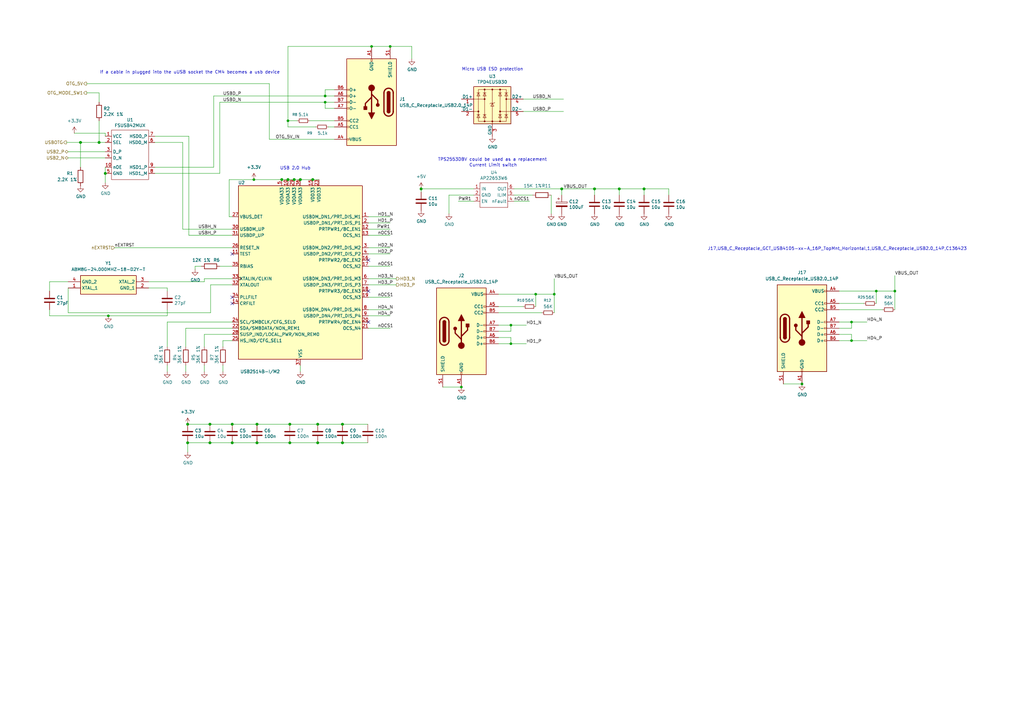
<source format=kicad_sch>
(kicad_sch (version 20250114) (generator "eeschema") (generator_version "9.0")
  (paper "A3")
  (title_block (title "Wall panel") (date "2026-01-09") (rev "1") (company "Grigorii Merkushev (aka brushknight)") (comment 1 "brushknight.com"))
  (lib_symbols
    (symbol "ABM8G-24_000MHZ-18-D2Y-T:ABM8G-24.000MHZ-18-D2Y-T"
      (property "Reference" "Y" (at 29.21 7.62 0))
      (property "Value" "ABM8G-24.000MHZ-18-D2Y-T" (at 29.21 5.08 0))
      (symbol "ABM8G-24.000MHZ-18-D2Y-T_1_1"
        (pin passive line (at 0 0 0) (length 5.08) (name "GND_2") (number "4"))
        (pin passive line (at 0 -2.54 0) (length 5.08) (name "XTAL_1") (number "1"))
        (pin passive line (at 33.02 0 180) (length 5.08) (name "XTAL_2") (number "3"))
        (pin passive line (at 33.02 -2.54 180) (length 5.08) (name "GND_1") (number "2"))
      )
    )
    (symbol "CM4IO:AP2553W6"
      (property "Reference" "U" (at 3.81 -6.35 0))
      (property "Value" "AP2553W6" (at -3.81 -6.35 0))
      (symbol "AP2553W6_0_0"
        (pin power_in line (at -8.89 2.54 0) (length 2.54) (name "IN") (number "1"))
        (pin power_out line (at -8.89 0 0) (length 2.54) (name "GND") (number "2"))
        (pin input line (at -8.89 -2.54 0) (length 2.54) (name "EN") (number "3"))
        (pin power_out line (at 7.62 2.54 180) (length 2.54) (name "OUT") (number "6"))
        (pin passive line (at 7.62 0 180) (length 2.54) (name "ILIM") (number "5"))
        (pin open_collector line (at 7.62 -2.54 180) (length 2.54) (name "nFault") (number "4"))
      )
    )
    (symbol "CM4IO:FSUSB42MX"
      (property "Reference" "U" (at -7.62 20.32 0))
      (property "Value" "FSUSB42MX" (at -2.54 -2.54 0))
      (symbol "FSUSB42MX_0_0"
        (pin bidirectional line (at -11.43 16.51 0) (length 2.54) (name "HSD0_P") (number "7"))
        (pin bidirectional line (at -11.43 13.97 0) (length 2.54) (name "HSD0_M") (number "6"))
        (pin bidirectional line (at -11.43 3.81 0) (length 2.54) (name "HSD1_P") (number "9"))
        (pin bidirectional line (at -11.43 1.27 0) (length 2.54) (name "HSD1_M") (number "8"))
        (pin power_in line (at 8.89 16.51 180) (length 2.54) (name "VCC") (number "1"))
        (pin input line (at 8.89 13.97 180) (length 2.54) (name "SEL") (number "2"))
        (pin bidirectional line (at 8.89 10.16 180) (length 2.54) (name "D_P") (number "3"))
        (pin bidirectional line (at 8.89 7.62 180) (length 2.54) (name "D_N") (number "4"))
        (pin input line (at 8.89 3.81 180) (length 2.54) (name "nOE") (number "10"))
        (pin power_in line (at 8.89 1.27 180) (length 2.54) (name "GND") (number "5"))
      )
    )
    (symbol "CM4IO:TPD4EUSB30" (pin_names (offset 0))
      (property "Reference" "U" (at -0.635 8.89 0))
      (property "Value" "TPD4EUSB30" (at 8.89 -10.16 0))
      (symbol "TPD4EUSB30_1_1"
        (pin passive line (at -12.7 2.54 0) (length 5.08) (name "D1+") (number "1"))
        (pin passive line (at -12.7 2.54 0) (length 5.08) (hide yes) (name "~") (number "10"))
        (pin passive line (at -12.7 -2.54 0) (length 5.08) (name "D1-") (number "2"))
        (pin passive line (at -12.7 -2.54 0) (length 5.08) (hide yes) (name "~") (number "9"))
        (pin power_in line (at 0 -12.7 90) (length 5.08) (name "GND") (number "3"))
        (pin passive line (at 0 -12.7 90) (length 5.08) (hide yes) (name "GND") (number "8"))
        (pin passive line (at 12.7 2.54 180) (length 5.08) (name "D2+") (number "4"))
        (pin passive line (at 12.7 2.54 180) (length 5.08) (hide yes) (name "~") (number "7"))
        (pin passive line (at 12.7 -2.54 180) (length 5.08) (name "D2-") (number "5"))
        (pin passive line (at 12.7 -2.54 180) (length 5.08) (hide yes) (name "~") (number "6"))
      )
    )
    (symbol "Connector:USB_C_Receptacle_USB2.0_14P" (pin_names (offset 1.016))
      (property "Reference" "J" (at 0 22.225 0))
      (property "Value" "USB_C_Receptacle_USB2.0_14P" (at 0 19.685 0))
      (symbol "USB_C_Receptacle_USB2.0_14P_1_1"
        (pin passive line (at -7.62 -22.86 90) (length 5.08) (name "SHIELD") (number "S1"))
        (pin passive line (at 0 -22.86 90) (length 5.08) (name "GND") (number "A1"))
        (pin passive line (at 0 -22.86 90) (length 5.08) (hide yes) (name "GND") (number "A12"))
        (pin passive line (at 0 -22.86 90) (length 5.08) (hide yes) (name "GND") (number "B1"))
        (pin passive line (at 0 -22.86 90) (length 5.08) (hide yes) (name "GND") (number "B12"))
        (pin passive line (at 15.24 15.24 180) (length 5.08) (name "VBUS") (number "A4"))
        (pin passive line (at 15.24 15.24 180) (length 5.08) (hide yes) (name "VBUS") (number "A9"))
        (pin passive line (at 15.24 15.24 180) (length 5.08) (hide yes) (name "VBUS") (number "B4"))
        (pin passive line (at 15.24 15.24 180) (length 5.08) (hide yes) (name "VBUS") (number "B9"))
        (pin bidirectional line (at 15.24 10.16 180) (length 5.08) (name "CC1") (number "A5"))
        (pin bidirectional line (at 15.24 7.62 180) (length 5.08) (name "CC2") (number "B5"))
        (pin bidirectional line (at 15.24 2.54 180) (length 5.08) (name "D-") (number "A7"))
        (pin bidirectional line (at 15.24 0 180) (length 5.08) (name "D-") (number "B7"))
        (pin bidirectional line (at 15.24 -2.54 180) (length 5.08) (name "D+") (number "A6"))
        (pin bidirectional line (at 15.24 -5.08 180) (length 5.08) (name "D+") (number "B6"))
      )
    )
    (symbol "Device:C" (pin_numbers (hide yes)) (pin_names (offset 0.254))
      (property "Reference" "C" (at 0.635 2.54 0))
      (property "Value" "C" (at 0.635 -2.54 0))
      (symbol "C_1_1"
        (pin passive line (at 0 3.81 270) (length 2.794) (name "~") (number "1"))
        (pin passive line (at 0 -3.81 90) (length 2.794) (name "~") (number "2"))
      )
    )
    (symbol "Device:CP" (pin_numbers (hide yes)) (pin_names (offset 0.254))
      (property "Reference" "C" (at 0.635 2.54 0))
      (property "Value" "CP" (at 0.635 -2.54 0))
      (symbol "CP_1_1"
        (pin passive line (at 0 3.81 270) (length 2.794) (name "~") (number "1"))
        (pin passive line (at 0 -3.81 90) (length 2.794) (name "~") (number "2"))
      )
    )
    (symbol "Device:R" (pin_numbers (hide yes)) (pin_names (offset 0))
      (property "Reference" "R" (at 2.032 0 90))
      (property "Value" "R" (at 0 0 90))
      (symbol "R_1_1"
        (pin passive line (at 0 3.81 270) (length 1.27) (name "~") (number "1"))
        (pin passive line (at 0 -3.81 90) (length 1.27) (name "~") (number "2"))
      )
    )
    (symbol "Device:R_Small" (pin_numbers (hide yes)) (pin_names (offset 0.254) (hide yes))
      (property "Reference" "R" (at 0 0 90))
      (property "Value" "R_Small" (at 1.778 0 90))
      (symbol "R_Small_1_1"
        (pin passive line (at 0 2.54 270) (length 0.762) (name "~") (number "1"))
        (pin passive line (at 0 -2.54 90) (length 0.762) (name "~") (number "2"))
      )
    )
    (symbol "Interface_USB:USB2514B_Bi"
      (property "Reference" "U" (at -17.78 40.64 0))
      (property "Value" "USB2514B_Bi" (at -20.32 38.1 0))
      (symbol "USB2514B_Bi_1_1"
        (pin input line (at -27.94 22.86 0) (length 2.54) (name "VBUS_DET") (number "27"))
        (pin bidirectional line (at -27.94 17.78 0) (length 2.54) (name "USBDM_UP") (number "30"))
        (pin bidirectional line (at -27.94 15.24 0) (length 2.54) (name "USBDP_UP") (number "31"))
        (pin input line (at -27.94 10.16 0) (length 2.54) (name "RESET_N") (number "26"))
        (pin input line (at -27.94 7.62 0) (length 2.54) (name "TEST") (number "11"))
        (pin input line (at -27.94 2.54 0) (length 2.54) (name "RBIAS") (number "35"))
        (pin input clock (at -27.94 -2.54 0) (length 2.54) (name "XTALIN/CLKIN") (number "33"))
        (pin output line (at -27.94 -5.08 0) (length 2.54) (name "XTALOUT") (number "32"))
        (pin input line (at -27.94 -10.16 0) (length 2.54) (name "PLLFILT") (number "34"))
        (pin input line (at -27.94 -12.7 0) (length 2.54) (name "CRFILT") (number "14"))
        (pin bidirectional line (at -27.94 -20.32 0) (length 2.54) (name "SCL/SMBCLK/CFG_SEL0") (number "24"))
        (pin bidirectional line (at -27.94 -22.86 0) (length 2.54) (name "SDA/SMBDATA/NON_REM1") (number "22"))
        (pin bidirectional line (at -27.94 -25.4 0) (length 2.54) (name "SUSP_IND/LOCAL_PWR/NON_REM0") (number "28"))
        (pin bidirectional line (at -27.94 -27.94 0) (length 2.54) (name "HS_IND/CFG_SEL1") (number "25"))
        (pin power_in line (at -7.62 38.1 270) (length 2.54) (name "VDDA33") (number "5"))
        (pin power_in line (at -5.08 38.1 270) (length 2.54) (name "VDDA33") (number "10"))
        (pin power_in line (at -2.54 38.1 270) (length 2.54) (name "VDDA33") (number "29"))
        (pin power_in line (at 0 38.1 270) (length 2.54) (name "VDDA33") (number "36"))
        (pin power_in line (at 0 -38.1 90) (length 2.54) (name "VSS") (number "37"))
        (pin power_in line (at 5.08 38.1 270) (length 2.54) (name "VDD33") (number "15"))
        (pin power_in line (at 7.62 38.1 270) (length 2.54) (name "VDD33") (number "23"))
        (pin bidirectional line (at 27.94 22.86 180) (length 2.54) (name "USBDM_DN1/PRT_DIS_M1") (number "1"))
        (pin bidirectional line (at 27.94 20.32 180) (length 2.54) (name "USBDP_DN1/PRT_DIS_P1") (number "2"))
        (pin bidirectional line (at 27.94 17.78 180) (length 2.54) (name "PRTPWR1/BC_EN1") (number "12"))
        (pin input line (at 27.94 15.24 180) (length 2.54) (name "OCS_N1") (number "13"))
        (pin bidirectional line (at 27.94 10.16 180) (length 2.54) (name "USBDM_DN2/PRT_DIS_M2") (number "3"))
        (pin bidirectional line (at 27.94 7.62 180) (length 2.54) (name "USBDP_DN2/PRT_DIS_P2") (number "4"))
        (pin bidirectional line (at 27.94 5.08 180) (length 2.54) (name "PRTPWR2/BC_EN2") (number "16"))
        (pin input line (at 27.94 2.54 180) (length 2.54) (name "OCS_N2") (number "17"))
        (pin bidirectional line (at 27.94 -2.54 180) (length 2.54) (name "USBDM_DN3/PRT_DIS_M3") (number "6"))
        (pin bidirectional line (at 27.94 -5.08 180) (length 2.54) (name "USBDP_DN3/PRT_DIS_P3") (number "7"))
        (pin bidirectional line (at 27.94 -7.62 180) (length 2.54) (name "PRTPWR3/BC_EN3") (number "18"))
        (pin input line (at 27.94 -10.16 180) (length 2.54) (name "OCS_N3") (number "19"))
        (pin bidirectional line (at 27.94 -15.24 180) (length 2.54) (name "USBDM_DN4/PRT_DIS_M4") (number "8"))
        (pin bidirectional line (at 27.94 -17.78 180) (length 2.54) (name "USBDP_DN4/PRT_DIS_P4") (number "9"))
        (pin bidirectional line (at 27.94 -20.32 180) (length 2.54) (name "PRTPWR4/BC_EN4") (number "20"))
        (pin input line (at 27.94 -22.86 180) (length 2.54) (name "OCS_N4") (number "21"))
      )
    )
    (symbol "power:+3.3V" (power) (pin_numbers (hide yes)) (pin_names (offset 0) (hide yes))
      (property "Value" "+3.3V" (at 0 3.556 0))
      (symbol "+3.3V_1_1"
        (pin power_in line (at 0 0 90) (length 0) (name "~") (number "1"))
      )
    )
    (symbol "power:+5V" (power) (pin_numbers (hide yes)) (pin_names (offset 0) (hide yes))
      (property "Value" "+5V" (at 0 3.556 0))
      (symbol "+5V_1_1"
        (pin power_in line (at 0 0 90) (length 0) (name "~") (number "1"))
      )
    )
    (symbol "power:GND" (power) (pin_names (offset 0))
      (property "Value" "GND" (at 0 -3.81 0))
      (symbol "GND_1_1"
        (pin power_in line (at 0 0 270) (length 0) (hide yes) (name "GND") (number "1"))
      )
    )
  )
  (text "J17,USB_C_Receptacle_GCT_USB4105-xx-A_16P_TopMnt_Horizontal,1,USB_C_Receptacle_USB2.0_14P,C136423" (at 343.408 102.108 0) (effects (font (size 1.27 1.27))))
  (text "TPS2553DBV could be used as a replacement" (at 201.93 65.532 0) (effects (font (size 1.27 1.27))))
  (text "Current Limit switch" (at 212.09 68.58 0) (effects (font (size 1.27 1.27)) (justify right bottom)))
  (text "USB 2.0 Hub" (at 127.4318 69.7992 0) (effects (font (size 1.27 1.27)) (justify right bottom)))
  (text "If a cable in plugged into the uUSB socket the CM4 becomes a usb device" (at 40.894 30.48 0) (effects (font (size 1.27 1.27)) (justify left bottom)))
  (text "Micro USB ESD protection" (at 214.63 29.21 0) (effects (font (size 1.27 1.27)) (justify right bottom)))
  (junction (at 105.41 173.99) (diameter 1.016))
  (junction (at 105.41 181.61) (diameter 1.016))
  (junction (at 140.462 173.99) (diameter 1.016))
  (junction (at 95.25 173.99) (diameter 1.016))
  (junction (at 76.962 181.61) (diameter 1.016))
  (junction (at 172.72 77.47) (diameter 1.016))
  (junction (at 227.33 120.65))
  (junction (at 118.872 173.99) (diameter 1.016))
  (junction (at 86.106 173.99) (diameter 1.016))
  (junction (at 118.11 49.53))
  (junction (at 130.302 181.61) (diameter 1.016))
  (junction (at 254 77.47) (diameter 1.016))
  (junction (at 152.4 19.05))
  (junction (at 349.25 139.7))
  (junction (at 359.41 119.38))
  (junction (at 120.65 73.66) (diameter 1.016))
  (junction (at 128.27 73.66) (diameter 1.016))
  (junction (at 44.45 129.54))
  (junction (at 133.35 41.91))
  (junction (at 367.03 119.38))
  (junction (at 160.02 19.05))
  (junction (at 104.14 73.66))
  (junction (at 40.64 58.42) (diameter 1.016))
  (junction (at 123.19 73.66) (diameter 1.016))
  (junction (at 130.302 173.99) (diameter 1.016))
  (junction (at 230.378 77.47) (diameter 1.016))
  (junction (at 209.55 140.97))
  (junction (at 76.962 173.99) (diameter 1.016))
  (junction (at 95.25 181.61) (diameter 1.016))
  (junction (at 349.25 132.08))
  (junction (at 209.55 133.35))
  (junction (at 328.93 157.48))
  (junction (at 219.71 120.65))
  (junction (at 86.106 181.61) (diameter 1.016))
  (junction (at 133.35 39.37))
  (junction (at 264.16 77.47) (diameter 1.016))
  (junction (at 189.23 158.75))
  (junction (at 43.18 71.12) (diameter 1.016))
  (junction (at 33.02 58.42) (diameter 1.016))
  (junction (at 115.57 73.66) (diameter 1.016))
  (junction (at 243.84 77.47) (diameter 1.016))
  (junction (at 118.872 181.61) (diameter 1.016))
  (junction (at 118.11 73.66) (diameter 1.016))
  (junction (at 140.462 181.61) (diameter 1.016))
  (no_connect (at 95.25 121.92))
  (no_connect (at 95.25 104.14))
  (no_connect (at 95.25 124.46))
  (no_connect (at 151.13 119.38))
  (no_connect (at 151.13 106.68))
  (no_connect (at 151.13 132.08))
  (wire (pts (xy 151.13 96.52) (xy 160.02 96.52)))
  (wire (pts (xy 209.55 140.97) (xy 215.9 140.97)))
  (wire (pts (xy 151.13 88.9) (xy 160.02 88.9)))
  (wire (pts (xy 359.41 119.38) (xy 367.03 119.38)))
  (wire (pts (xy 133.35 41.91) (xy 137.16 41.91)))
  (wire (pts (xy 76.962 173.99) (xy 86.106 173.99)))
  (wire (pts (xy 344.17 124.46) (xy 354.33 124.46)))
  (wire (pts (xy 151.13 116.84) (xy 162.56 116.84)))
  (wire (pts (xy 172.72 77.47) (xy 194.31 77.47)))
  (wire (pts (xy 95.25 173.99) (xy 105.41 173.99)))
  (wire (pts (xy 151.13 91.44) (xy 160.02 91.44)))
  (wire (pts (xy 349.25 132.08) (xy 349.25 134.62)))
  (wire (pts (xy 134.62 52.07) (xy 137.16 52.07)))
  (wire (pts (xy 95.25 93.98) (xy 74.93 93.98)))
  (wire (pts (xy 83.82 142.24) (xy 83.82 137.16)))
  (wire (pts (xy 168.91 19.05) (xy 168.91 24.13)))
  (wire (pts (xy 209.55 135.89) (xy 204.47 135.89)))
  (wire (pts (xy 60.96 115.57) (xy 83.82 115.57)))
  (wire (pts (xy 151.13 114.3) (xy 162.56 114.3)))
  (wire (pts (xy 140.462 173.99) (xy 150.876 173.99)))
  (wire (pts (xy 68.58 149.86) (xy 68.58 152.4)))
  (wire (pts (xy 204.47 120.65) (xy 219.71 120.65)))
  (wire (pts (xy 194.31 80.01) (xy 184.15 80.01)))
  (wire (pts (xy 93.98 88.9) (xy 93.98 73.66)))
  (wire (pts (xy 43.18 58.42) (xy 40.64 58.42)))
  (wire (pts (xy 77.47 55.88) (xy 77.47 96.52)))
  (wire (pts (xy 184.15 80.01) (xy 184.15 87.63)))
  (wire (pts (xy 219.71 120.65) (xy 227.33 120.65)))
  (wire (pts (xy 74.93 58.42) (xy 74.93 93.98)))
  (wire (pts (xy 344.17 119.38) (xy 359.41 119.38)))
  (wire (pts (xy 118.11 73.66) (xy 120.65 73.66)))
  (wire (pts (xy 151.13 134.62) (xy 160.02 134.62)))
  (wire (pts (xy 43.18 55.88) (xy 43.18 54.61)))
  (wire (pts (xy 349.25 132.08) (xy 355.6 132.08)))
  (wire (pts (xy 82.55 109.22) (xy 80.01 109.22)))
  (wire (pts (xy 118.11 52.07) (xy 118.11 49.53)))
  (wire (pts (xy 130.302 181.61) (xy 140.462 181.61)))
  (wire (pts (xy 68.58 129.54) (xy 44.45 129.54)))
  (wire (pts (xy 63.5 71.12) (xy 90.17 71.12)))
  (wire (pts (xy 91.44 149.86) (xy 91.44 152.4)))
  (wire (pts (xy 127 49.53) (xy 137.16 49.53)))
  (wire (pts (xy 254 77.47) (xy 264.16 77.47)))
  (wire (pts (xy 35.56 38.1) (xy 40.64 38.1)))
  (wire (pts (xy 264.16 77.47) (xy 264.16 80.01)))
  (wire (pts (xy 118.11 19.05) (xy 152.4 19.05)))
  (wire (pts (xy 76.2 134.62) (xy 95.25 134.62)))
  (wire (pts (xy 90.17 71.12) (xy 90.17 41.91)))
  (wire (pts (xy 204.47 125.73) (xy 214.63 125.73)))
  (wire (pts (xy 137.16 36.83) (xy 133.35 36.83)))
  (wire (pts (xy 76.2 149.86) (xy 76.2 152.4)))
  (wire (pts (xy 204.47 138.43) (xy 209.55 138.43)))
  (wire (pts (xy 151.13 101.6) (xy 160.02 101.6)))
  (wire (pts (xy 90.17 109.22) (xy 95.25 109.22)))
  (wire (pts (xy 344.17 139.7) (xy 349.25 139.7)))
  (wire (pts (xy 210.82 77.47) (xy 230.378 77.47)))
  (wire (pts (xy 230.378 77.47) (xy 243.84 77.47)))
  (wire (pts (xy 209.55 133.35) (xy 209.55 135.89)))
  (wire (pts (xy 27.94 128.27) (xy 86.36 128.27)))
  (wire (pts (xy 151.13 121.92) (xy 160.02 121.92)))
  (wire (pts (xy 123.19 73.66) (xy 128.27 73.66)))
  (wire (pts (xy 344.17 137.16) (xy 349.25 137.16)))
  (wire (pts (xy 152.4 19.05) (xy 160.02 19.05)))
  (wire (pts (xy 214.63 40.64) (xy 231.14 40.64)))
  (wire (pts (xy 243.84 77.47) (xy 254 77.47)))
  (wire (pts (xy 27.94 118.11) (xy 27.94 128.27)))
  (wire (pts (xy 63.5 68.58) (xy 87.63 68.58)))
  (wire (pts (xy 27.94 64.77) (xy 43.18 64.77)))
  (wire (pts (xy 86.106 181.61) (xy 95.25 181.61)))
  (wire (pts (xy 68.58 132.08) (xy 95.25 132.08)))
  (wire (pts (xy 204.47 133.35) (xy 209.55 133.35)))
  (wire (pts (xy 133.35 44.45) (xy 133.35 41.91)))
  (wire (pts (xy 151.13 104.14) (xy 160.02 104.14)))
  (wire (pts (xy 95.25 116.84) (xy 86.36 116.84)))
  (wire (pts (xy 87.63 68.58) (xy 87.63 39.37)))
  (wire (pts (xy 214.63 45.72) (xy 231.14 45.72)))
  (wire (pts (xy 93.98 73.66) (xy 104.14 73.66)))
  (wire (pts (xy 83.82 149.86) (xy 83.82 152.4)))
  (wire (pts (xy 219.71 125.73) (xy 219.71 120.65)))
  (wire (pts (xy 133.35 36.83) (xy 133.35 39.37)))
  (wire (pts (xy 86.36 116.84) (xy 86.36 128.27)))
  (wire (pts (xy 151.13 109.22) (xy 160.02 109.22)))
  (wire (pts (xy 91.44 142.24) (xy 91.44 139.7)))
  (wire (pts (xy 20.32 129.54) (xy 20.32 127)))
  (wire (pts (xy 254 77.47) (xy 254 80.01)))
  (wire (pts (xy 120.65 73.66) (xy 123.19 73.66)))
  (wire (pts (xy 27.305 58.42) (xy 33.02 58.42)))
  (wire (pts (xy 226.06 80.01) (xy 226.06 87.63)))
  (wire (pts (xy 204.47 140.97) (xy 209.55 140.97)))
  (wire (pts (xy 104.14 73.66) (xy 115.57 73.66)))
  (wire (pts (xy 140.462 181.61) (xy 150.876 181.61)))
  (wire (pts (xy 105.41 181.61) (xy 118.872 181.61)))
  (wire (pts (xy 83.82 114.3) (xy 95.25 114.3)))
  (wire (pts (xy 63.5 55.88) (xy 77.47 55.88)))
  (wire (pts (xy 137.16 44.45) (xy 133.35 44.45)))
  (wire (pts (xy 123.19 149.86) (xy 123.19 152.4)))
  (wire (pts (xy 230.378 77.47) (xy 230.378 80.01)))
  (wire (pts (xy 121.92 49.53) (xy 118.11 49.53)))
  (wire (pts (xy 95.25 181.61) (xy 105.41 181.61)))
  (wire (pts (xy 118.11 49.53) (xy 118.11 19.05)))
  (wire (pts (xy 344.17 127) (xy 361.95 127)))
  (wire (pts (xy 227.33 120.65) (xy 227.33 114.3)))
  (wire (pts (xy 359.41 124.46) (xy 359.41 119.38)))
  (wire (pts (xy 105.41 173.99) (xy 118.872 173.99)))
  (wire (pts (xy 151.13 93.98) (xy 160.02 93.98)))
  (wire (pts (xy 209.55 133.35) (xy 215.9 133.35)))
  (wire (pts (xy 115.57 73.66) (xy 118.11 73.66)))
  (wire (pts (xy 160.02 19.05) (xy 168.91 19.05)))
  (wire (pts (xy 30.48 54.61) (xy 43.18 54.61)))
  (wire (pts (xy 210.82 82.55) (xy 217.17 82.55)))
  (wire (pts (xy 274.32 80.01) (xy 274.32 77.47)))
  (wire (pts (xy 210.82 80.01) (xy 218.44 80.01)))
  (wire (pts (xy 187.96 82.55) (xy 194.31 82.55)))
  (wire (pts (xy 95.25 88.9) (xy 93.98 88.9)))
  (wire (pts (xy 40.64 38.1) (xy 40.64 41.91)))
  (wire (pts (xy 68.58 118.11) (xy 68.58 119.38)))
  (wire (pts (xy 91.44 139.7) (xy 95.25 139.7)))
  (wire (pts (xy 76.962 185.42) (xy 76.962 181.61)))
  (wire (pts (xy 349.25 137.16) (xy 349.25 139.7)))
  (wire (pts (xy 20.32 119.38) (xy 20.32 115.57)))
  (wire (pts (xy 209.55 138.43) (xy 209.55 140.97)))
  (wire (pts (xy 20.32 115.57) (xy 27.94 115.57)))
  (wire (pts (xy 128.27 73.66) (xy 130.81 73.66)))
  (wire (pts (xy 181.61 158.75) (xy 189.23 158.75)))
  (wire (pts (xy 77.47 96.52) (xy 95.25 96.52)))
  (wire (pts (xy 63.5 58.42) (xy 74.93 58.42)))
  (wire (pts (xy 76.962 181.61) (xy 86.106 181.61)))
  (wire (pts (xy 43.18 71.12) (xy 43.18 74.93)))
  (wire (pts (xy 33.02 58.42) (xy 33.02 68.58)))
  (wire (pts (xy 118.872 181.61) (xy 130.302 181.61)))
  (wire (pts (xy 151.13 129.54) (xy 160.02 129.54)))
  (wire (pts (xy 118.872 173.99) (xy 130.302 173.99)))
  (wire (pts (xy 129.54 52.07) (xy 118.11 52.07)))
  (wire (pts (xy 40.64 49.53) (xy 40.64 58.42)))
  (wire (pts (xy 227.33 120.65) (xy 227.33 128.27)))
  (wire (pts (xy 46.99 101.6) (xy 95.25 101.6)))
  (wire (pts (xy 68.58 127) (xy 68.58 129.54)))
  (wire (pts (xy 130.302 173.99) (xy 140.462 173.99)))
  (wire (pts (xy 367.03 119.38) (xy 367.03 113.03)))
  (wire (pts (xy 349.25 139.7) (xy 355.6 139.7)))
  (wire (pts (xy 151.13 127) (xy 160.02 127)))
  (wire (pts (xy 321.31 157.48) (xy 328.93 157.48)))
  (wire (pts (xy 204.47 128.27) (xy 222.25 128.27)))
  (wire (pts (xy 349.25 134.62) (xy 344.17 134.62)))
  (wire (pts (xy 27.94 62.23) (xy 43.18 62.23)))
  (wire (pts (xy 367.03 119.38) (xy 367.03 127)))
  (wire (pts (xy 264.16 77.47) (xy 274.32 77.47)))
  (wire (pts (xy 76.2 142.24) (xy 76.2 134.62)))
  (wire (pts (xy 35.56 34.29) (xy 110.49 34.29)))
  (wire (pts (xy 40.64 58.42) (xy 33.02 58.42)))
  (wire (pts (xy 68.58 142.24) (xy 68.58 132.08)))
  (wire (pts (xy 60.96 118.11) (xy 68.58 118.11)))
  (wire (pts (xy 110.49 57.15) (xy 137.16 57.15)))
  (wire (pts (xy 90.17 41.91) (xy 133.35 41.91)))
  (wire (pts (xy 86.106 173.99) (xy 95.25 173.99)))
  (wire (pts (xy 87.63 39.37) (xy 133.35 39.37)))
  (wire (pts (xy 344.17 132.08) (xy 349.25 132.08)))
  (wire (pts (xy 172.72 78.74) (xy 172.72 77.47)))
  (wire (pts (xy 80.01 109.22) (xy 80.01 110.49)))
  (wire (pts (xy 133.35 39.37) (xy 137.16 39.37)))
  (wire (pts (xy 83.82 137.16) (xy 95.25 137.16)))
  (wire (pts (xy 43.18 68.58) (xy 43.18 71.12)))
  (wire (pts (xy 110.49 34.29) (xy 110.49 57.15)))
  (wire (pts (xy 83.82 114.3) (xy 83.82 115.57)))
  (wire (pts (xy 44.45 129.54) (xy 20.32 129.54)))
  (wire (pts (xy 243.84 80.01) (xy 243.84 77.47)))
  (label "nOCS1" (at 154.94 96.52 0))
  (label "HD4_P" (at 355.6 139.7 0))
  (label "HD1_N" (at 154.94 88.9 0))
  (label "HD4_P" (at 154.94 129.54 0))
  (label "HD4_N" (at 355.6 132.08 0))
  (label "HD1_N" (at 215.9 133.35 0))
  (label "HD1_P" (at 215.9 140.97 0))
  (label "nOCS1" (at 210.82 82.55 0))
  (label "PWR1" (at 160.02 93.98 180))
  (label "USBD_N" (at 218.44 40.64 0))
  (label "nOCS1" (at 154.94 109.22 0))
  (label "VBUS_OUT" (at 231.14 77.47 0))
  (label "USBD_N" (at 91.44 41.91 0))
  (label "VBUS_OUT" (at 227.33 114.3 0))
  (label "HD2_P" (at 154.94 104.14 0))
  (label "VBUS_OUT" (at 367.03 113.03 0))
  (label "HD4_N" (at 154.94 127 0))
  (label "USBH_P" (at 81.28 96.52 0))
  (label "HD3_P" (at 154.94 116.84 0))
  (label "nEXTRST" (at 46.99 101.6 0))
  (label "HD2_N" (at 154.94 101.6 0))
  (label "USBD_P" (at 218.44 45.72 0))
  (label "USBD_P" (at 91.44 39.37 0))
  (label "nOCS1" (at 154.94 134.62 0))
  (label "nOCS1" (at 154.94 121.92 0))
  (label "PWR1" (at 187.96 82.55 0))
  (label "USBH_N" (at 81.28 93.98 0))
  (label "HD3_N" (at 154.94 114.3 0))
  (label "HD1_P" (at 154.94 91.44 0))
  (label "OTG_5V_IN" (at 113.03 57.15 0))
  (hierarchical_label "USB2_N" (shape bidirectional) (at 27.94 64.77 180))
  (hierarchical_label "USBOTG" (shape output) (at 27.305 58.42 180))
  (hierarchical_label "USB2_P" (shape bidirectional) (at 27.94 62.23 180))
  (hierarchical_label "OTG_MODE_SW1" (shape output) (at 35.56 38.1 180))
  (hierarchical_label "HD3_P" (shape output) (at 162.56 116.84 0))
  (hierarchical_label "OTG_5V" (shape output) (at 35.56 34.29 180))
  (hierarchical_label "nEXTRST" (shape input) (at 46.99 101.6 180))
  (hierarchical_label "HD3_N" (shape output) (at 162.56 114.3 0))
  (symbol (lib_id "Device:R") (at 40.64 45.72 0) (unit 1)
    (property "Reference" "R2" (at 42.418 44.5516 0) (effects (justify left)))
    (property "Value" "2.2K 1%" (at 42.418 46.863 0) (effects (justify left)))
    (property "Footprint" "Resistor_SMD:R_0402_1005Metric" (effects (hide yes)))
    (property "Datasheet" "https://fscdn.rohm.com/en/products/databook/datasheet/passive/resistor/chip_resistor/mcr-e.pdf" (effects (hide yes)))
    (property "Field4" "Farnell" (effects (hide yes)))
    (property "Field5" "9239278" (effects (hide yes)))
    (property "Field7" "KOA EUROPE GMBH" (effects (hide yes)))
    (property "Field6" "RK73G1ETQTP2201D         " (effects (hide yes)))
    (property "Part Description" "Resistor 2.2K M1005 1% 63mW" (effects (hide yes)))
    (property "Field8" "120889581" (effects (hide yes)))
    (property "LCSC" "C114762" (effects (hide yes)))
  )
  (symbol (lib_id "power:GND") (at 172.72 86.36 0) (unit 1)
    (property "Reference" "#PWR012" (effects (hide yes)))
    (property "Value" "GND" (at 172.847 90.7542 0))
  )
  (symbol (lib_id "Device:C") (at 243.84 83.82 0) (unit 1)
    (property "Reference" "C13" (at 246.761 82.6516 0) (effects (justify left)))
    (property "Value" "10u" (at 246.761 84.963 0) (effects (justify left)))
    (property "Footprint" "Capacitor_SMD:C_0805_2012Metric" (effects (hide yes)))
    (property "Datasheet" "https://search.murata.co.jp/Ceramy/image/img/A01X/G101/ENG/GRM21BR71A106KA73-01.pdf" (effects (hide yes)))
    (property "Field5" "490-14381-1-ND" (effects (hide yes)))
    (property "Field4" "Digikey" (effects (hide yes)))
    (property "Field6" "GRM21BR71A106KA73L" (effects (hide yes)))
    (property "Field7" "Murata" (effects (hide yes)))
    (property "Part Description" "	10uF 10% 10V Ceramic Capacitor X7R 0805 (2012 Metric)" (effects (hide yes)))
    (property "Field8" "111893011" (effects (hide yes)))
    (property "LCSC" "C15850" (effects (hide yes)))
  )
  (symbol (lib_id "power:GND") (at 243.84 87.63 0) (unit 1)
    (property "Reference" "#PWR018" (effects (hide yes)))
    (property "Value" "GND" (at 243.967 92.0242 0))
  )
  (symbol (lib_id "Device:C") (at 254 83.82 0) (unit 1)
    (property "Reference" "C14" (at 256.921 82.6516 0) (effects (justify left)))
    (property "Value" "10u" (at 256.921 84.963 0) (effects (justify left)))
    (property "Footprint" "Capacitor_SMD:C_0805_2012Metric" (effects (hide yes)))
    (property "Datasheet" "https://search.murata.co.jp/Ceramy/image/img/A01X/G101/ENG/GRM21BR71A106KA73-01.pdf" (effects (hide yes)))
    (property "Field5" "490-14381-1-ND" (effects (hide yes)))
    (property "Field4" "Digikey" (effects (hide yes)))
    (property "Field6" "GRM21BR71A106KA73L" (effects (hide yes)))
    (property "Field7" "Murata" (effects (hide yes)))
    (property "Part Description" "	10uF 10% 10V Ceramic Capacitor X7R 0805 (2012 Metric)" (effects (hide yes)))
    (property "Field8" "111893011" (effects (hide yes)))
    (property "LCSC" "C15850" (effects (hide yes)))
  )
  (symbol (lib_id "power:GND") (at 254 87.63 0) (unit 1)
    (property "Reference" "#PWR020" (effects (hide yes)))
    (property "Value" "GND" (at 254.127 92.0242 0))
  )
  (symbol (lib_id "Device:C") (at 264.16 83.82 0) (unit 1)
    (property "Reference" "C15" (at 267.081 82.6516 0) (effects (justify left)))
    (property "Value" "10u" (at 267.081 84.963 0) (effects (justify left)))
    (property "Footprint" "Capacitor_SMD:C_0805_2012Metric" (effects (hide yes)))
    (property "Datasheet" "https://search.murata.co.jp/Ceramy/image/img/A01X/G101/ENG/GRM21BR71A106KA73-01.pdf" (effects (hide yes)))
    (property "Field5" "490-14381-1-ND" (effects (hide yes)))
    (property "Field4" "Digikey" (effects (hide yes)))
    (property "Field6" "GRM21BR71A106KA73L" (effects (hide yes)))
    (property "Field7" "Murata" (effects (hide yes)))
    (property "Part Description" "	10uF 10% 10V Ceramic Capacitor X7R 0805 (2012 Metric)" (effects (hide yes)))
    (property "Field8" "111893011" (effects (hide yes)))
    (property "LCSC" "C15850" (effects (hide yes)))
  )
  (symbol (lib_id "Device:C") (at 274.32 83.82 0) (unit 1)
    (property "Reference" "C16" (at 277.241 82.6516 0) (effects (justify left)))
    (property "Value" "10u" (at 277.241 84.963 0) (effects (justify left)))
    (property "Footprint" "Capacitor_SMD:C_0805_2012Metric" (effects (hide yes)))
    (property "Datasheet" "https://search.murata.co.jp/Ceramy/image/img/A01X/G101/ENG/GRM21BR71A106KA73-01.pdf" (effects (hide yes)))
    (property "Field5" "490-14381-1-ND" (effects (hide yes)))
    (property "Field4" "Digikey" (effects (hide yes)))
    (property "Field6" "GRM21BR71A106KA73L" (effects (hide yes)))
    (property "Field7" "Murata" (effects (hide yes)))
    (property "Part Description" "	10uF 10% 10V Ceramic Capacitor X7R 0805 (2012 Metric)" (effects (hide yes)))
    (property "Field8" "111893011" (effects (hide yes)))
    (property "LCSC" "C15850" (effects (hide yes)))
  )
  (symbol (lib_id "Device:R") (at 33.02 72.39 0) (unit 1)
    (property "Reference" "R1" (at 27.305 71.12 0) (effects (justify left)))
    (property "Value" "2.2K 1%" (at 23.495 73.66 0) (effects (justify left)))
    (property "Footprint" "Resistor_SMD:R_0402_1005Metric" (effects (hide yes)))
    (property "Datasheet" "https://fscdn.rohm.com/en/products/databook/datasheet/passive/resistor/chip_resistor/mcr-e.pdf" (effects (hide yes)))
    (property "Field4" "Farnell" (effects (hide yes)))
    (property "Field5" "9239278" (effects (hide yes)))
    (property "Field7" "KOA EUROPE GMBH" (effects (hide yes)))
    (property "Field6" "RK73G1ETQTP2201D         " (effects (hide yes)))
    (property "Part Description" "Resistor 2.2K M1005 1% 63mW" (effects (hide yes)))
    (property "Field8" "120889581" (effects (hide yes)))
    (property "LCSC" "C114762" (effects (hide yes)))
  )
  (symbol (lib_id "CM4IO:AP2553W6") (at 203.2 80.01 0) (unit 1)
    (property "Reference" "U4" (at 202.565 70.739 0))
    (property "Value" "AP22653W6" (at 202.565 73.0504 0))
    (property "Footprint" "Package_TO_SOT_SMD:SOT-23-6" (effects (hide yes)))
    (property "Datasheet" "https://www.diodes.com/assets/Datasheets/AP255x.pdf" (effects (hide yes)))
    (property "Field4" "Digikey" (effects (hide yes)))
    (property "Field5" "	31-AP22653W6-7CT-ND" (effects (hide yes)))
    (property "Field6" "AP22653W6" (effects (hide yes)))
    (property "Field7" "Diodes" (effects (hide yes)))
    (property "Part Description" "	Power Switch/Driver 1:1 P-Channel 2.1A SOT-23-6" (effects (hide yes)))
    (property "LCSC" "C2158037" (effects (hide yes)))
  )
  (symbol (lib_id "Interface_USB:USB2514B_Bi") (at 123.19 111.76 0) (unit 1)
    (property "Reference" "U2" (at 99.06 74.93 0))
    (property "Value" "USB2514B-I/M2" (at 106.68 152.4 0))
    (property "Footprint" "Package_DFN_QFN:QFN-36-1EP_6x6mm_P0.5mm_EP3.7x3.7mm" (effects (hide yes)))
    (property "Datasheet" "http://ww1.microchip.com/downloads/en/DeviceDoc/00001692C.pdf" (effects (hide yes)))
    (property "Field4" "Farnell" (effects (hide yes)))
    (property "Field5" "2775060" (effects (hide yes)))
    (property "Field6" "USB2514B-I/M2" (effects (hide yes)))
    (property "Field7" "Microchip" (effects (hide yes)))
    (property "Part Description" "	USB Hub Controller USB Interface 36-SQFN (6x6)" (effects (hide yes)))
    (property "Field8" "UICC00931" (effects (hide yes)))
    (property "LCSC" "C220679" (effects (hide yes)))
    (property "FT Rotation Offset" "180" (effects (hide yes)))
  )
  (symbol (lib_id "power:GND") (at 80.01 110.49 0) (unit 1)
    (property "Reference" "#PWR07" (effects (hide yes)))
    (property "Value" "GND" (at 80.137 114.8842 0))
  )
  (symbol (lib_id "power:GND") (at 184.15 87.63 0) (unit 1)
    (property "Reference" "#PWR013" (effects (hide yes)))
    (property "Value" "GND" (at 184.277 92.0242 0))
  )
  (symbol (lib_id "Device:R") (at 83.82 146.05 0) (unit 1)
    (property "Reference" "R5" (at 79.375 147.955 90) (effects (justify left)))
    (property "Value" "36K 1%" (at 81.28 149.225 90) (effects (justify left)))
    (property "Footprint" "Resistor_SMD:R_0402_1005Metric" (effects (hide yes)))
    (property "Datasheet" "https://fscdn.rohm.com/en/products/databook/datasheet/passive/resistor/chip_resistor/mcr-e.pdf" (effects (hide yes)))
    (property "Field4" "Farnell" (effects (hide yes)))
    (property "Field5" "1458788" (effects (hide yes)))
    (property "Field7" "Rohm" (effects (hide yes)))
    (property "Field6" "MCR01MZPF3602" (effects (hide yes)))
    (property "Part Description" "Resistor 36K M1005 1% 63mW" (effects (hide yes)))
    (property "LCSC" "0402" (effects (hide yes)))
  )
  (symbol (lib_id "Device:R") (at 76.2 146.05 0) (unit 1)
    (property "Reference" "R4" (at 71.755 147.955 90) (effects (justify left)))
    (property "Value" "36K 1%" (at 73.66 149.225 90) (effects (justify left)))
    (property "Footprint" "Resistor_SMD:R_0402_1005Metric" (effects (hide yes)))
    (property "Datasheet" "https://fscdn.rohm.com/en/products/databook/datasheet/passive/resistor/chip_resistor/mcr-e.pdf" (effects (hide yes)))
    (property "Field4" "Farnell" (effects (hide yes)))
    (property "Field5" "1458788" (effects (hide yes)))
    (property "Field7" "Rohm" (effects (hide yes)))
    (property "Field6" "MCR01MZPF3602" (effects (hide yes)))
    (property "Part Description" "Resistor 36K M1005 1% 63mW" (effects (hide yes)))
    (property "LCSC" "0402" (effects (hide yes)))
  )
  (symbol (lib_id "Device:R") (at 68.58 146.05 0) (unit 1)
    (property "Reference" "R3" (at 64.135 147.955 90) (effects (justify left)))
    (property "Value" "36K 1%" (at 66.04 149.225 90) (effects (justify left)))
    (property "Footprint" "Resistor_SMD:R_0402_1005Metric" (effects (hide yes)))
    (property "Datasheet" "https://fscdn.rohm.com/en/products/databook/datasheet/passive/resistor/chip_resistor/mcr-e.pdf" (effects (hide yes)))
    (property "Field4" "Farnell" (effects (hide yes)))
    (property "Field5" "1458788" (effects (hide yes)))
    (property "Field7" "Rohm" (effects (hide yes)))
    (property "Field6" "MCR01MZPF3602" (effects (hide yes)))
    (property "Part Description" "Resistor 36K M1005 1% 63mW" (effects (hide yes)))
    (property "LCSC" "0402" (effects (hide yes)))
  )
  (symbol (lib_id "power:GND") (at 68.58 152.4 0) (unit 1)
    (property "Reference" "#PWR04" (effects (hide yes)))
    (property "Value" "GND" (at 68.707 156.7942 0))
  )
  (symbol (lib_id "power:GND") (at 76.2 152.4 0) (unit 1)
    (property "Reference" "#PWR06" (effects (hide yes)))
    (property "Value" "GND" (at 76.327 156.7942 0))
  )
  (symbol (lib_id "power:GND") (at 83.82 152.4 0) (unit 1)
    (property "Reference" "#PWR08" (effects (hide yes)))
    (property "Value" "GND" (at 83.947 156.7942 0))
  )
  (symbol (lib_id "power:GND") (at 91.44 152.4 0) (unit 1)
    (property "Reference" "#PWR09" (effects (hide yes)))
    (property "Value" "GND" (at 91.567 156.7942 0))
  )
  (symbol (lib_id "Device:R") (at 222.25 80.01 90) (unit 1)
    (property "Reference" "R11" (at 226.06 76.2 90) (effects (justify left)))
    (property "Value" "15K 1%" (at 222.25 76.2 90) (effects (justify left)))
    (property "Footprint" "Resistor_SMD:R_0402_1005Metric" (effects (hide yes)))
    (property "Datasheet" "https://fscdn.rohm.com/en/products/databook/datasheet/passive/resistor/chip_resistor/mcr-e.pdf" (effects (hide yes)))
    (property "Field4" "Farnell" (effects (hide yes)))
    (property "Field5" "9239375" (effects (hide yes)))
    (property "Field6" "MCR01MZPF1502" (effects (hide yes)))
    (property "Field7" "Rohm" (effects (hide yes)))
    (property "Part Description" "Resistor 15K M1005 1% 63mW" (effects (hide yes)))
    (property "Field8" "120891581" (effects (hide yes)))
    (property "LCSC" "C114761" (effects (hide yes)))
  )
  (symbol (lib_id "power:GND") (at 226.06 87.63 0) (unit 1)
    (property "Reference" "#PWR016" (effects (hide yes)))
    (property "Value" "GND" (at 226.187 92.0242 0))
  )
  (symbol (lib_id "power:GND") (at 264.16 87.63 0) (unit 1)
    (property "Reference" "#PWR022" (effects (hide yes)))
    (property "Value" "GND" (at 264.287 92.0242 0))
  )
  (symbol (lib_id "power:GND") (at 274.32 87.63 0) (unit 1)
    (property "Reference" "#PWR023" (effects (hide yes)))
    (property "Value" "GND" (at 274.447 92.0242 0))
  )
  (symbol (lib_id "power:GND") (at 168.91 24.13 0) (unit 1)
    (property "Reference" "#PWR011" (effects (hide yes)))
    (property "Value" "GND" (at 169.037 28.5242 0))
  )
  (symbol (lib_id "CM4IO:FSUSB42MX") (at 52.07 72.39 0) (mirror y) (unit 1)
    (property "Reference" "U1" (at 53.34 49.149 0))
    (property "Value" "FSUSB42MUX" (at 53.34 51.4604 0))
    (property "Footprint" "Package_SO:MSOP-10_3x3mm_P0.5mm" (effects (hide yes)))
    (property "Datasheet" "https://www.onsemi.com/pub/Collateral/FSUSB42-D.PDF" (effects (hide yes)))
    (property "Field4" "Farnell" (effects (hide yes)))
    (property "Field5" "2564479" (effects (hide yes)))
    (property "Field6" "FSUSB42MUX" (effects (hide yes)))
    (property "Field7" "Onsemi" (effects (hide yes)))
    (property "Part Description" "USB Switch IC 1 Channel 10-MSOP" (effects (hide yes)))
    (property "LCSC" "C11355" (effects (hide yes)))
  )
  (symbol (lib_id "power:GND") (at 123.19 152.4 0) (unit 1)
    (property "Reference" "#PWR010" (effects (hide yes)))
    (property "Value" "GND" (at 123.317 156.7942 0))
  )
  (symbol (lib_id "power:GND") (at 43.18 74.93 0) (unit 1)
    (property "Reference" "#PWR02" (effects (hide yes)))
    (property "Value" "GND" (at 43.307 79.3242 0))
  )
  (symbol (lib_id "power:GND") (at 33.02 76.2 0) (unit 1)
    (property "Reference" "#PWR01" (effects (hide yes)))
    (property "Value" "GND" (at 33.147 80.5942 0))
  )
  (symbol (lib_id "Device:R") (at 86.36 109.22 90) (unit 1)
    (property "Reference" "R6" (at 90.17 106.68 90) (effects (justify left)))
    (property "Value" "12K 1%" (at 86.36 106.68 90) (effects (justify left)))
    (property "Footprint" "Resistor_SMD:R_0402_1005Metric" (effects (hide yes)))
    (property "Datasheet" "https://fscdn.rohm.com/en/products/databook/datasheet/passive/resistor/chip_resistor/mcr-e.pdf" (effects (hide yes)))
    (property "Field4" "Farnell" (effects (hide yes)))
    (property "Field5" "9239367" (effects (hide yes)))
    (property "Field7" "Rohm" (effects (hide yes)))
    (property "Field6" "MCR01MZPF1202" (effects (hide yes)))
    (property "Part Description" "Resistor 12K M1005 1% 63mW" (effects (hide yes)))
    (property "LCSC" "C114760" (effects (hide yes)))
  )
  (symbol (lib_id "Device:R") (at 91.44 146.05 0) (unit 1)
    (property "Reference" "R7" (at 86.995 147.955 90) (effects (justify left)))
    (property "Value" "36K 1%" (at 88.9 149.225 90) (effects (justify left)))
    (property "Footprint" "Resistor_SMD:R_0402_1005Metric" (effects (hide yes)))
    (property "Datasheet" "https://fscdn.rohm.com/en/products/databook/datasheet/passive/resistor/chip_resistor/mcr-e.pdf" (effects (hide yes)))
    (property "Field4" "Farnell" (effects (hide yes)))
    (property "Field5" "1458788" (effects (hide yes)))
    (property "Field7" "Rohm" (effects (hide yes)))
    (property "Field6" "MCR01MZPF3602" (effects (hide yes)))
    (property "Part Description" "Resistor 36K M1005 1% 63mW" (effects (hide yes)))
    (property "LCSC" "0402" (effects (hide yes)))
  )
  (symbol (lib_id "Device:C") (at 118.872 177.8 0) (unit 1)
    (property "Reference" "C7" (at 121.793 176.6316 0) (effects (justify left)))
    (property "Value" "100n" (at 121.793 178.943 0) (effects (justify left)))
    (property "Footprint" "Capacitor_SMD:C_0402_1005Metric" (effects (hide yes)))
    (property "Datasheet" "https://search.murata.co.jp/Ceramy/image/img/A01X/G101/ENG/GRM155R71C104KA88-01.pdf" (effects (hide yes)))
    (property "Field4" "Farnell" (effects (hide yes)))
    (property "Field5" "2611911" (effects (hide yes)))
    (property "Field6" "RM EMK105 B7104KV-F" (effects (hide yes)))
    (property "Field7" "TAIYO YUDEN EUROPE GMBH" (effects (hide yes)))
    (property "Part Description" "	0.1uF 10% 16V Ceramic Capacitor X7R 0402 (1005 Metric)" (effects (hide yes)))
    (property "Field8" "110091611" (effects (hide yes)))
    (property "LCSC" "C1525" (effects (hide yes)))
  )
  (symbol (lib_id "Device:C") (at 130.302 177.8 0) (unit 1)
    (property "Reference" "C8" (at 133.223 176.6316 0) (effects (justify left)))
    (property "Value" "100n" (at 133.223 178.943 0) (effects (justify left)))
    (property "Footprint" "Capacitor_SMD:C_0402_1005Metric" (effects (hide yes)))
    (property "Datasheet" "https://search.murata.co.jp/Ceramy/image/img/A01X/G101/ENG/GRM155R71C104KA88-01.pdf" (effects (hide yes)))
    (property "Field4" "Farnell" (effects (hide yes)))
    (property "Field5" "2611911" (effects (hide yes)))
    (property "Field6" "RM EMK105 B7104KV-F" (effects (hide yes)))
    (property "Field7" "TAIYO YUDEN EUROPE GMBH" (effects (hide yes)))
    (property "Part Description" "	0.1uF 10% 16V Ceramic Capacitor X7R 0402 (1005 Metric)" (effects (hide yes)))
    (property "Field8" "110091611" (effects (hide yes)))
    (property "LCSC" "C1525" (effects (hide yes)))
  )
  (symbol (lib_id "Device:C") (at 140.462 177.8 0) (unit 1)
    (property "Reference" "C9" (at 143.383 176.6316 0) (effects (justify left)))
    (property "Value" "100n" (at 143.383 178.943 0) (effects (justify left)))
    (property "Footprint" "Capacitor_SMD:C_0402_1005Metric" (effects (hide yes)))
    (property "Datasheet" "https://search.murata.co.jp/Ceramy/image/img/A01X/G101/ENG/GRM155R71C104KA88-01.pdf" (effects (hide yes)))
    (property "Field4" "Farnell" (effects (hide yes)))
    (property "Field5" "2611911" (effects (hide yes)))
    (property "Field6" "RM EMK105 B7104KV-F" (effects (hide yes)))
    (property "Field7" "TAIYO YUDEN EUROPE GMBH" (effects (hide yes)))
    (property "Part Description" "	0.1uF 10% 16V Ceramic Capacitor X7R 0402 (1005 Metric)" (effects (hide yes)))
    (property "Field8" "110091611" (effects (hide yes)))
    (property "LCSC" "C1525" (effects (hide yes)))
  )
  (symbol (lib_id "Device:C") (at 95.25 177.8 0) (unit 1)
    (property "Reference" "C5" (at 98.171 176.6316 0) (effects (justify left)))
    (property "Value" "100n" (at 98.171 178.943 0) (effects (justify left)))
    (property "Footprint" "Capacitor_SMD:C_0402_1005Metric" (effects (hide yes)))
    (property "Datasheet" "https://search.murata.co.jp/Ceramy/image/img/A01X/G101/ENG/GRM155R71C104KA88-01.pdf" (effects (hide yes)))
    (property "Field4" "Farnell" (effects (hide yes)))
    (property "Field5" "2611911" (effects (hide yes)))
    (property "Field6" "RM EMK105 B7104KV-F" (effects (hide yes)))
    (property "Field7" "TAIYO YUDEN EUROPE GMBH" (effects (hide yes)))
    (property "Part Description" "	0.1uF 10% 16V Ceramic Capacitor X7R 0402 (1005 Metric)" (effects (hide yes)))
    (property "Field8" "110091611" (effects (hide yes)))
    (property "LCSC" "C1525" (effects (hide yes)))
  )
  (symbol (lib_id "power:GND") (at 76.962 185.42 0) (unit 1)
    (property "Reference" "#PWR05" (effects (hide yes)))
    (property "Value" "GND" (at 77.089 189.8142 0))
  )
  (symbol (lib_id "Device:C") (at 76.962 177.8 0) (unit 1)
    (property "Reference" "C3" (at 79.883 176.6316 0) (effects (justify left)))
    (property "Value" "10u" (at 79.883 178.943 0) (effects (justify left)))
    (property "Footprint" "Capacitor_SMD:C_0805_2012Metric" (effects (hide yes)))
    (property "Datasheet" "https://search.murata.co.jp/Ceramy/image/img/A01X/G101/ENG/GRM21BR71A106KA73-01.pdf" (effects (hide yes)))
    (property "Field5" "490-14381-1-ND" (effects (hide yes)))
    (property "Field4" "Digikey" (effects (hide yes)))
    (property "Field6" "GRM21BR71A106KA73L" (effects (hide yes)))
    (property "Field7" "Murata" (effects (hide yes)))
    (property "Part Description" "	10uF 10% 10V Ceramic Capacitor X7R 0805 (2012 Metric)" (effects (hide yes)))
    (property "Field8" "111893011" (effects (hide yes)))
    (property "LCSC" "C15850" (effects (hide yes)))
  )
  (symbol (lib_id "Device:C") (at 86.106 177.8 0) (unit 1)
    (property "Reference" "C4" (at 89.027 176.6316 0) (effects (justify left)))
    (property "Value" "10u" (at 89.027 178.943 0) (effects (justify left)))
    (property "Footprint" "Capacitor_SMD:C_0805_2012Metric" (effects (hide yes)))
    (property "Datasheet" "https://search.murata.co.jp/Ceramy/image/img/A01X/G101/ENG/GRM21BR71A106KA73-01.pdf" (effects (hide yes)))
    (property "Field5" "490-14381-1-ND" (effects (hide yes)))
    (property "Field4" "Digikey" (effects (hide yes)))
    (property "Field6" "GRM21BR71A106KA73L" (effects (hide yes)))
    (property "Field7" "Murata" (effects (hide yes)))
    (property "Part Description" "	10uF 10% 10V Ceramic Capacitor X7R 0805 (2012 Metric)" (effects (hide yes)))
    (property "Field8" "111893011" (effects (hide yes)))
    (property "LCSC" "C15850" (effects (hide yes)))
  )
  (symbol (lib_id "Device:C") (at 20.32 123.19 0) (unit 1)
    (property "Reference" "C1" (at 23.241 122.0216 0) (effects (justify left)))
    (property "Value" "27pF" (at 23.241 124.333 0) (effects (justify left)))
    (property "Footprint" "Capacitor_SMD:C_0402_1005Metric" (effects (hide yes)))
    (property "Datasheet" "https://search.murata.co.jp/Ceramy/image/img/A01X/G101/ENG/GJM1555C1H270JB01-01.pdf" (effects (hide yes)))
    (property "Field8" "UCAP00738 " (effects (hide yes)))
    (property "Field5" "490-17672-1-ND" (effects (hide yes)))
    (property "Field6" "GJM1555C1H270JB01D" (effects (hide yes)))
    (property "Field7" "Murata" (effects (hide yes)))
    (property "Part Description" "	27pF 5% 50V Ceramic Capacitor C0G, NP0 0402 (1005 Metric)" (effects (hide yes)))
    (property "Field4" "Digikey" (effects (hide yes)))
    (property "LCSC" "C1557" (effects (hide yes)))
  )
  (symbol (lib_id "Device:C") (at 68.58 123.19 0) (unit 1)
    (property "Reference" "C2" (at 71.501 122.0216 0) (effects (justify left)))
    (property "Value" "27pF" (at 71.501 124.333 0) (effects (justify left)))
    (property "Footprint" "Capacitor_SMD:C_0402_1005Metric" (effects (hide yes)))
    (property "Datasheet" "https://search.murata.co.jp/Ceramy/image/img/A01X/G101/ENG/GJM1555C1H270JB01-01.pdf" (effects (hide yes)))
    (property "Field8" "UCAP00738 " (effects (hide yes)))
    (property "Field5" "490-17672-1-ND" (effects (hide yes)))
    (property "Field6" "GJM1555C1H270JB01D" (effects (hide yes)))
    (property "Field7" "Murata" (effects (hide yes)))
    (property "Part Description" "	27pF 5% 50V Ceramic Capacitor C0G, NP0 0402 (1005 Metric)" (effects (hide yes)))
    (property "Field4" "Digikey" (effects (hide yes)))
    (property "LCSC" "C1557" (effects (hide yes)))
  )
  (symbol (lib_id "power:GND") (at 201.93 55.88 0) (unit 1)
    (property "Reference" "#PWR015" (effects (hide yes)))
    (property "Value" "GND" (at 202.057 60.2742 0))
  )
  (symbol (lib_id "power:GND") (at 230.378 87.63 0) (unit 1)
    (property "Reference" "#PWR017" (effects (hide yes)))
    (property "Value" "GND" (at 230.505 92.0242 0))
  )
  (symbol (lib_id "Device:C") (at 105.41 177.8 0) (unit 1)
    (property "Reference" "C6" (at 108.331 176.6316 0) (effects (justify left)))
    (property "Value" "100n" (at 108.331 178.943 0) (effects (justify left)))
    (property "Footprint" "Capacitor_SMD:C_0402_1005Metric" (effects (hide yes)))
    (property "Datasheet" "https://search.murata.co.jp/Ceramy/image/img/A01X/G101/ENG/GRM155R71C104KA88-01.pdf" (effects (hide yes)))
    (property "Field4" "Farnell" (effects (hide yes)))
    (property "Field5" "2611911" (effects (hide yes)))
    (property "Field6" "RM EMK105 B7104KV-F" (effects (hide yes)))
    (property "Field7" "TAIYO YUDEN EUROPE GMBH" (effects (hide yes)))
    (property "Part Description" "	0.1uF 10% 16V Ceramic Capacitor X7R 0402 (1005 Metric)" (effects (hide yes)))
    (property "Field8" "110091611" (effects (hide yes)))
    (property "LCSC" "C1525" (effects (hide yes)))
  )
  (symbol (lib_id "Device:C") (at 150.876 177.8 0) (unit 1)
    (property "Reference" "C10" (at 153.797 176.6316 0) (effects (justify left)))
    (property "Value" "100n" (at 153.797 178.943 0) (effects (justify left)))
    (property "Footprint" "Capacitor_SMD:C_0402_1005Metric" (effects (hide yes)))
    (property "Datasheet" "https://search.murata.co.jp/Ceramy/image/img/A01X/G101/ENG/GRM155R71C104KA88-01.pdf" (effects (hide yes)))
    (property "Field4" "Farnell" (effects (hide yes)))
    (property "Field5" "2611911" (effects (hide yes)))
    (property "Field6" "RM EMK105 B7104KV-F" (effects (hide yes)))
    (property "Field7" "TAIYO YUDEN EUROPE GMBH" (effects (hide yes)))
    (property "Part Description" "	0.1uF 10% 16V Ceramic Capacitor X7R 0402 (1005 Metric)" (effects (hide yes)))
    (property "Field8" "110091611" (effects (hide yes)))
    (property "LCSC" "C1525" (effects (hide yes)))
  )
  (symbol (lib_id "Device:C") (at 172.72 82.55 0) (unit 1)
    (property "Reference" "C11" (at 175.641 81.3816 0) (effects (justify left)))
    (property "Value" "10u" (at 175.641 83.693 0) (effects (justify left)))
    (property "Footprint" "Capacitor_SMD:C_0805_2012Metric" (effects (hide yes)))
    (property "Datasheet" "https://search.murata.co.jp/Ceramy/image/img/A01X/G101/ENG/GRM21BR71A106KA73-01.pdf" (effects (hide yes)))
    (property "Field5" "490-14381-1-ND" (effects (hide yes)))
    (property "Field4" "Digikey" (effects (hide yes)))
    (property "Field6" "GRM21BR71A106KA73L" (effects (hide yes)))
    (property "Field7" "Murata" (effects (hide yes)))
    (property "Part Description" "	10uF 10% 10V Ceramic Capacitor X7R 0805 (2012 Metric)" (effects (hide yes)))
    (property "Field8" "111893011" (effects (hide yes)))
    (property "LCSC" "C15850" (effects (hide yes)))
  )
  (symbol (lib_id "CM4IO:TPD4EUSB30") (at 201.93 43.18 0) (unit 1)
    (property "Reference" "U3" (at 201.93 31.3182 0))
    (property "Value" "TPD4EUSB30" (at 201.93 33.6296 0))
    (property "Footprint" "Package_SON:USON-10_2.5x1.0mm_P0.5mm" (effects (hide yes)))
    (property "Datasheet" "http://www.ti.com/lit/ds/symlink/tpd2eusb30a.pdf" (effects (hide yes)))
    (property "Field4" "Farnell" (effects (hide yes)))
    (property "Field5" "2335455" (effects (hide yes)))
    (property "Field6" "CDDFN10-3324P-13" (effects (hide yes)))
    (property "Field7" "Bourns" (effects (hide yes)))
    (property "Field8" "UDIO00346" (effects (hide yes)))
    (property "Part Description" "Quad TVS diode for high speed signals (USB3, GigE etc.)" (effects (hide yes)))
    (property "LCSC" "C90627" (effects (hide yes)))
  )
  (symbol (lib_id "Device:CP") (at 230.378 83.82 0) (unit 1)
    (property "Reference" "C12" (at 233.3752 82.677 0) (effects (justify left)))
    (property "Value" "100uF" (at 233.3752 84.963 0) (effects (justify left)))
    (property "Footprint" "Capacitor_Tantalum_SMD:CP_EIA-7343-31_Kemet-D" (effects (hide yes)))
    (property "Field4" "Mouser" (effects (hide yes)))
    (property "Field5" "667-EEF-CX0J101R" (effects (hide yes)))
    (property "Part Description" "Capacitor, SP-Cap, 100u, 6.3V, 15mR ESR" (effects (hide yes)))
    (property "LCSC" "C189619" (effects (hide yes)))
  )
  (symbol (lib_id "Device:R_Small") (at 364.49 127 90) (unit 1)
    (property "Reference" "R26" (at 364.236 121.92 90) (effects (font (size 1.016 1.016))))
    (property "Value" "56K" (at 364.49 124.46 90))
    (property "Footprint" "Resistor_SMD:R_0402_1005Metric" (effects (hide yes)))
    (property "Description" "Resistor, small symbol" (effects (hide yes)))
    (property "LCSC" "C114756" (effects (hide yes)))
  )
  (symbol (lib_id "power:GND") (at 189.23 158.75 0) (unit 1)
    (property "Reference" "#PWR014" (effects (hide yes)))
    (property "Value" "GND" (at 189.357 163.1442 0))
  )
  (symbol (lib_id "Device:R_Small") (at 132.08 52.07 90) (unit 1)
    (property "Reference" "R9" (at 127 54.61 90) (effects (font (size 1.016 1.016))))
    (property "Value" "5.1k" (at 132.334 54.61 90))
    (property "Footprint" "Resistor_SMD:R_0402_1005Metric" (effects (hide yes)))
    (property "Description" "Resistor, small symbol" (effects (hide yes)))
    (property "LCSC" "C105872" (effects (hide yes)))
  )
  (symbol (lib_id "Device:R_Small") (at 356.87 124.46 90) (unit 1)
    (property "Reference" "R25" (at 353.314 121.92 90) (effects (font (size 1.016 1.016))))
    (property "Value" "56K" (at 356.87 121.92 90))
    (property "Footprint" "Resistor_SMD:R_0402_1005Metric" (effects (hide yes)))
    (property "Description" "Resistor, small symbol" (effects (hide yes)))
    (property "LCSC" "C114756" (effects (hide yes)))
  )
  (symbol (lib_id "Device:R_Small") (at 124.46 49.53 90) (unit 1)
    (property "Reference" "R8" (at 120.904 46.99 90) (effects (font (size 1.016 1.016))))
    (property "Value" "5.1k" (at 124.46 46.99 90))
    (property "Footprint" "Resistor_SMD:R_0402_1005Metric" (effects (hide yes)))
    (property "Description" "Resistor, small symbol" (effects (hide yes)))
    (property "LCSC" "C105872" (effects (hide yes)))
  )
  (symbol (lib_id "power:+3.3V") (at 104.14 73.66 0) (unit 1)
    (property "Reference" "#PWR082" (effects (hide yes)))
    (property "Value" "+3.3V" (at 104.14 68.58 0))
    (property "Description" "Power symbol creates a global label with name \"+3.3V\"" (effects (hide yes)))
  )
  (symbol (lib_id "ABM8G-24_000MHZ-18-D2Y-T:ABM8G-24.000MHZ-18-D2Y-T") (at 27.94 115.57 0) (unit 1)
    (property "Reference" "Y1" (at 44.45 107.95 0))
    (property "Value" "ABM8G-24.000MHZ-18-D2Y-T" (at 44.45 110.49 0))
    (property "Footprint" "ABM8G-24.000MHZ-18-D2Y-T:ABM8G" (effects (hide yes)))
    (property "Datasheet" "https://abracon.com/Resonators/ABM8G.pdf" (effects (hide yes)))
    (property "Description" "ABRACON - ABM8G-24.000MHZ-18-D2Y-T - CRYSTAL, 24MHZ, 18PF, SMD" (effects (hide yes)))
    (property "Height" "1" (effects (hide yes)))
    (property "Mouser Part Number" "815-ABM8G-24-18-D2Y" (effects (hide yes)))
    (property "Mouser Price/Stock" "https://www.mouser.co.uk/ProductDetail/ABRACON/ABM8G-24.000MHZ-18-D2Y-T?qs=3LVMET7lfiPTenlO89lQpg%3D%3D" (effects (hide yes)))
    (property "Manufacturer_Name" "ABRACON" (effects (hide yes)))
    (property "Manufacturer_Part_Number" "ABM8G-24.000MHZ-18-D2Y-T" (effects (hide yes)))
    (property "LCSC" "C596911" (effects (hide yes)))
  )
  (symbol (lib_id "Device:R_Small") (at 217.17 125.73 90) (unit 1)
    (property "Reference" "R10" (at 213.614 123.19 90) (effects (font (size 1.016 1.016))))
    (property "Value" "56K" (at 217.17 123.19 90))
    (property "Footprint" "Resistor_SMD:R_0402_1005Metric" (effects (hide yes)))
    (property "Description" "Resistor, small symbol" (effects (hide yes)))
    (property "LCSC" "C114756" (effects (hide yes)))
  )
  (symbol (lib_id "Connector:USB_C_Receptacle_USB2.0_14P") (at 189.23 135.89 0) (unit 1)
    (property "Reference" "J2" (at 189.23 113.03 0))
    (property "Value" "USB_C_Receptacle_USB2.0_14P" (at 189.23 115.57 0))
    (property "Footprint" "Connector_USB:USB_C_Receptacle_G-Switch_GT-USB-7051x" (effects (hide yes)))
    (property "Datasheet" "https://www.usb.org/sites/default/files/documents/usb_type-c.zip" (effects (hide yes)))
    (property "Description" "USB 2.0-only 14P Type-C Receptacle connector" (effects (hide yes)))
    (property "LCSC" "C2843970" (effects (hide yes)))
  )
  (symbol (lib_id "power:+5V") (at 172.72 77.47 0) (unit 1)
    (property "Reference" "#PWR084" (effects (hide yes)))
    (property "Value" "+5V" (at 172.72 72.39 0))
    (property "Description" "Power symbol creates a global label with name \"+5V\"" (effects (hide yes)))
  )
  (symbol (lib_id "Connector:USB_C_Receptacle_USB2.0_14P") (at 328.93 134.62 0) (unit 1)
    (property "Reference" "J17" (at 328.93 111.76 0))
    (property "Value" "USB_C_Receptacle_USB2.0_14P" (at 328.93 114.3 0))
    (property "Footprint" "Connector_USB:USB_C_Receptacle_GCT_USB4105-xx-A_16P_TopMnt_Horizontal" (effects (hide yes)))
    (property "Datasheet" "https://www.usb.org/sites/default/files/documents/usb_type-c.zip" (effects (hide yes)))
    (property "Description" "USB 2.0-only 14P Type-C Receptacle connector" (effects (hide yes)))
    (property "LCSC" "C136423" (effects (hide yes)))
    (property "FT Position Offset" "0,1" (effects (hide yes)))
  )
  (symbol (lib_id "power:+3.3V") (at 76.962 173.99 0) (unit 1)
    (property "Reference" "#PWR083" (effects (hide yes)))
    (property "Value" "+3.3V" (at 76.962 168.91 0))
    (property "Description" "Power symbol creates a global label with name \"+3.3V\"" (effects (hide yes)))
  )
  (symbol (lib_id "Connector:USB_C_Receptacle_USB2.0_14P") (at 152.4 41.91 180) (unit 1)
    (property "Reference" "J1" (at 163.83 40.6399 0) (effects (justify right)))
    (property "Value" "USB_C_Receptacle_USB2.0_14P" (at 163.83 43.1799 0) (effects (justify right)))
    (property "Footprint" "Connector_USB:USB_C_Receptacle_G-Switch_GT-USB-7051x" (effects (hide yes)))
    (property "Datasheet" "https://www.usb.org/sites/default/files/documents/usb_type-c.zip" (effects (hide yes)))
    (property "Description" "USB 2.0-only 14P Type-C Receptacle connector" (effects (hide yes)))
    (property "LCSC" "C2843970" (effects (hide yes)))
  )
  (symbol (lib_id "power:+3.3V") (at 30.48 54.61 0) (unit 1)
    (property "Reference" "#PWR081" (effects (hide yes)))
    (property "Value" "+3.3V" (at 30.48 49.53 0))
    (property "Description" "Power symbol creates a global label with name \"+3.3V\"" (effects (hide yes)))
  )
  (symbol (lib_id "power:GND") (at 44.45 129.54 0) (unit 1)
    (property "Reference" "#PWR03" (effects (hide yes)))
    (property "Value" "GND" (at 44.577 133.9342 0))
  )
  (symbol (lib_id "power:GND") (at 328.93 157.48 0) (unit 1)
    (property "Reference" "#PWR061" (effects (hide yes)))
    (property "Value" "GND" (at 329.057 161.8742 0))
  )
  (symbol (lib_id "Device:R_Small") (at 224.79 128.27 90) (unit 1)
    (property "Reference" "R12" (at 224.536 123.19 90) (effects (font (size 1.016 1.016))))
    (property "Value" "56K" (at 224.79 125.73 90))
    (property "Footprint" "Resistor_SMD:R_0402_1005Metric" (effects (hide yes)))
    (property "Description" "Resistor, small symbol" (effects (hide yes)))
    (property "LCSC" "C114756" (effects (hide yes)))
  )
)
</source>
